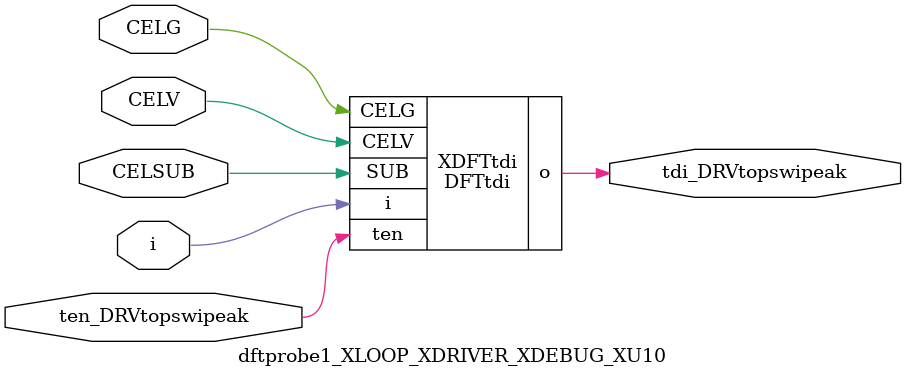
<source format=v>


module DFTtdi ( o, CELV, SUB, i, ten, CELG );

  input CELV;
  input ten;
  input i;
  output o;
  input CELG;
  input SUB;
endmodule


module dftprobe1_XLOOP_XDRIVER_XDEBUG_XU10 (i,tdi_DRVtopswipeak,ten_DRVtopswipeak,CELG,CELSUB,CELV);
input  i;
output  tdi_DRVtopswipeak;
input  ten_DRVtopswipeak;
input  CELG;
input  CELSUB;
input  CELV;

DFTtdi XDFTtdi(
  .i (i),
  .o (tdi_DRVtopswipeak),
  .ten (ten_DRVtopswipeak),
  .CELG (CELG),
  .SUB (CELSUB),
  .CELV (CELV)
);

endmodule


</source>
